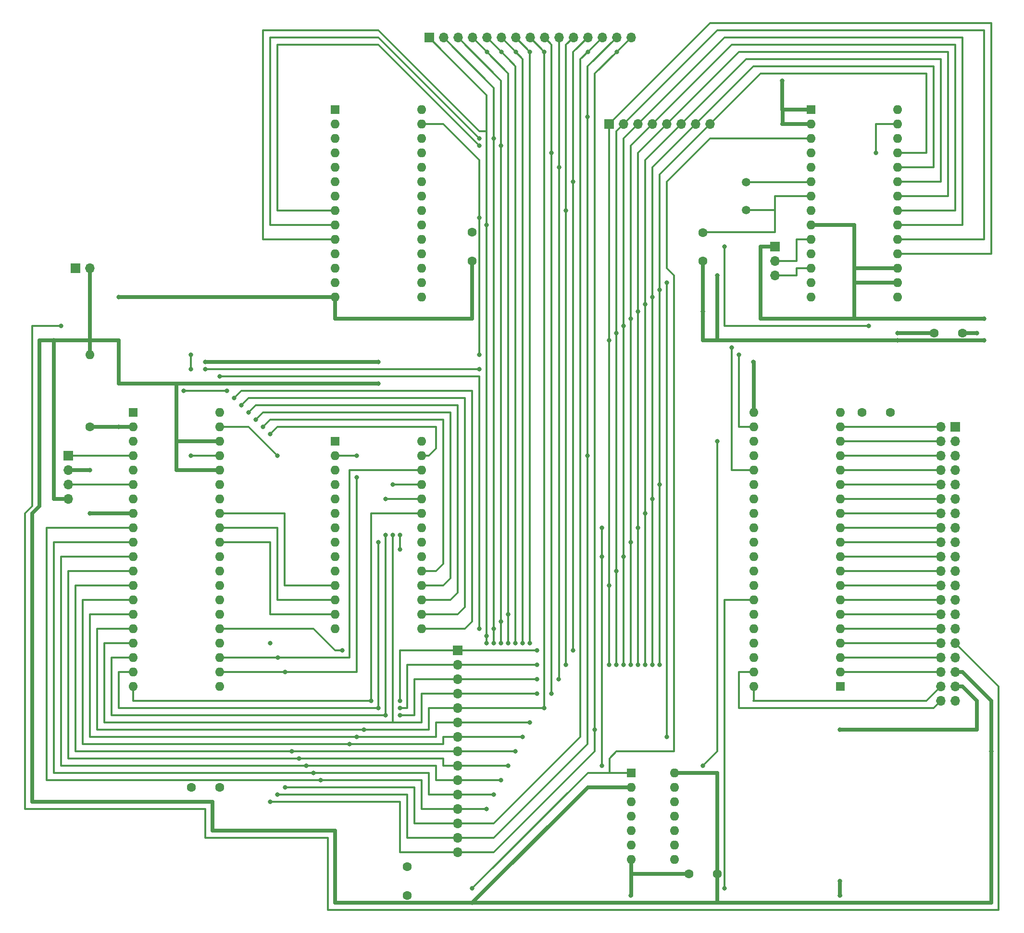
<source format=gbr>
%TF.GenerationSoftware,KiCad,Pcbnew,(6.0.9)*%
%TF.CreationDate,2022-12-08T08:54:28-05:00*%
%TF.ProjectId,6502_4,36353032-5f34-42e6-9b69-6361645f7063,rev?*%
%TF.SameCoordinates,Original*%
%TF.FileFunction,Copper,L1,Top*%
%TF.FilePolarity,Positive*%
%FSLAX46Y46*%
G04 Gerber Fmt 4.6, Leading zero omitted, Abs format (unit mm)*
G04 Created by KiCad (PCBNEW (6.0.9)) date 2022-12-08 08:54:28*
%MOMM*%
%LPD*%
G01*
G04 APERTURE LIST*
%TA.AperFunction,ComponentPad*%
%ADD10R,1.700000X1.700000*%
%TD*%
%TA.AperFunction,ComponentPad*%
%ADD11O,1.700000X1.700000*%
%TD*%
%TA.AperFunction,ComponentPad*%
%ADD12C,1.600000*%
%TD*%
%TA.AperFunction,ComponentPad*%
%ADD13R,1.600000X1.600000*%
%TD*%
%TA.AperFunction,ComponentPad*%
%ADD14O,1.600000X1.600000*%
%TD*%
%TA.AperFunction,ComponentPad*%
%ADD15C,1.500000*%
%TD*%
%TA.AperFunction,ViaPad*%
%ADD16C,0.800000*%
%TD*%
%TA.AperFunction,Conductor*%
%ADD17C,0.300000*%
%TD*%
%TA.AperFunction,Conductor*%
%ADD18C,0.700000*%
%TD*%
G04 APERTURE END LIST*
D10*
%TO.P,D DATA LINES,0*%
%TO.N,N/C*%
X116840000Y-30480000D03*
D11*
%TO.P,D DATA LINES,1*%
X119380000Y-30480000D03*
%TO.P,D DATA LINES,2*%
X121920000Y-30480000D03*
%TO.P,D DATA LINES,3*%
X124460000Y-30480000D03*
%TO.P,D DATA LINES,4*%
X127000000Y-30480000D03*
%TO.P,D DATA LINES,5*%
X129540000Y-30480000D03*
%TO.P,D DATA LINES,6*%
X132080000Y-30480000D03*
%TO.P,D DATA LINES,7*%
X134620000Y-30480000D03*
%TD*%
D12*
%TO.P,0.01uf,1*%
%TO.N,N/C*%
X166330000Y-81280000D03*
%TO.P,0.01uf,2*%
X161330000Y-81280000D03*
%TD*%
D13*
%TO.P,6551,1*%
%TO.N,N/C*%
X152395000Y-27950000D03*
D14*
%TO.P,6551,2*%
X152395000Y-30490000D03*
%TO.P,6551,3*%
X152395000Y-33030000D03*
%TO.P,6551,4*%
X152395000Y-35570000D03*
%TO.P,6551,5*%
X152395000Y-38110000D03*
%TO.P,6551,6*%
X152395000Y-40650000D03*
%TO.P,6551,7*%
X152395000Y-43190000D03*
%TO.P,6551,8*%
X152395000Y-45730000D03*
%TO.P,6551,9*%
X152395000Y-48270000D03*
%TO.P,6551,10*%
X152395000Y-50810000D03*
%TO.P,6551,11*%
X152395000Y-53350000D03*
%TO.P,6551,12*%
X152395000Y-55890000D03*
%TO.P,6551,13*%
X152395000Y-58430000D03*
%TO.P,6551,14*%
X152395000Y-60970000D03*
%TO.P,6551,15*%
X167635000Y-60970000D03*
%TO.P,6551,16*%
X167635000Y-58430000D03*
%TO.P,6551,17*%
X167635000Y-55890000D03*
%TO.P,6551,18*%
X167635000Y-53350000D03*
%TO.P,6551,19*%
X167635000Y-50810000D03*
%TO.P,6551,20*%
X167635000Y-48270000D03*
%TO.P,6551,21*%
X167635000Y-45730000D03*
%TO.P,6551,22*%
X167635000Y-43190000D03*
%TO.P,6551,23*%
X167635000Y-40650000D03*
%TO.P,6551,24*%
X167635000Y-38110000D03*
%TO.P,6551,25*%
X167635000Y-35570000D03*
%TO.P,6551,26*%
X167635000Y-33030000D03*
%TO.P,6551,27*%
X167635000Y-30490000D03*
%TO.P,6551,28*%
X167635000Y-27950000D03*
%TD*%
D10*
%TO.P,JP1,1*%
%TO.N,N/C*%
X146050000Y-52070000D03*
D11*
%TO.P,JP1,2*%
X146050000Y-54610000D03*
%TO.P,JP1,3*%
X146050000Y-57150000D03*
%TD*%
D13*
%TO.P,74HC132N,1*%
%TO.N,N/C*%
X120660000Y-144775000D03*
D14*
%TO.P,74HC132N,2*%
X120660000Y-147315000D03*
%TO.P,74HC132N,3*%
X120660000Y-149855000D03*
%TO.P,74HC132N,4*%
X120660000Y-152395000D03*
%TO.P,74HC132N,5*%
X120660000Y-154935000D03*
%TO.P,74HC132N,6*%
X120660000Y-157475000D03*
%TO.P,74HC132N,7*%
X120660000Y-160015000D03*
%TO.P,74HC132N,8*%
X128280000Y-160015000D03*
%TO.P,74HC132N,9*%
X128280000Y-157475000D03*
%TO.P,74HC132N,10*%
X128280000Y-154935000D03*
%TO.P,74HC132N,11*%
X128280000Y-152395000D03*
%TO.P,74HC132N,12*%
X128280000Y-149855000D03*
%TO.P,74HC132N,13*%
X128280000Y-147315000D03*
%TO.P,74HC132N,14*%
X128280000Y-144775000D03*
%TD*%
D10*
%TO.P,POWER HEADER,1*%
%TO.N,N/C*%
X22860000Y-55880000D03*
D11*
%TO.P,POWER HEADER,2*%
X25400000Y-55880000D03*
%TD*%
D12*
%TO.P,0.01uf,1*%
%TO.N,N/C*%
X92710000Y-54570000D03*
%TO.P,0.01uf,2*%
X92710000Y-49570000D03*
%TD*%
D10*
%TO.P,JW1,1*%
%TO.N,N/C*%
X21590000Y-88900000D03*
D11*
%TO.P,JW1,2*%
X21590000Y-91440000D03*
%TO.P,JW1,3*%
X21590000Y-93980000D03*
%TO.P,JW1,4*%
X21590000Y-96520000D03*
%TD*%
D12*
%TO.P,0.01uf,1*%
%TO.N,N/C*%
X179030000Y-67310000D03*
%TO.P,0.01uf,2*%
X174030000Y-67310000D03*
%TD*%
D13*
%TO.P,AM27c256,1*%
%TO.N,N/C*%
X68575000Y-86370000D03*
D14*
%TO.P,AM27c256,2*%
X68575000Y-88910000D03*
%TO.P,AM27c256,3*%
X68575000Y-91450000D03*
%TO.P,AM27c256,4*%
X68575000Y-93990000D03*
%TO.P,AM27c256,5*%
X68575000Y-96530000D03*
%TO.P,AM27c256,6*%
X68575000Y-99070000D03*
%TO.P,AM27c256,7*%
X68575000Y-101610000D03*
%TO.P,AM27c256,8*%
X68575000Y-104150000D03*
%TO.P,AM27c256,9*%
X68575000Y-106690000D03*
%TO.P,AM27c256,10*%
X68575000Y-109230000D03*
%TO.P,AM27c256,11*%
X68575000Y-111770000D03*
%TO.P,AM27c256,12*%
X68575000Y-114310000D03*
%TO.P,AM27c256,13*%
X68575000Y-116850000D03*
%TO.P,AM27c256,14*%
X68575000Y-119390000D03*
%TO.P,AM27c256,15*%
X83815000Y-119390000D03*
%TO.P,AM27c256,16*%
X83815000Y-116850000D03*
%TO.P,AM27c256,17*%
X83815000Y-114310000D03*
%TO.P,AM27c256,18*%
X83815000Y-111770000D03*
%TO.P,AM27c256,19*%
X83815000Y-109230000D03*
%TO.P,AM27c256,20*%
X83815000Y-106690000D03*
%TO.P,AM27c256,21*%
X83815000Y-104150000D03*
%TO.P,AM27c256,22*%
X83815000Y-101610000D03*
%TO.P,AM27c256,23*%
X83815000Y-99070000D03*
%TO.P,AM27c256,24*%
X83815000Y-96530000D03*
%TO.P,AM27c256,25*%
X83815000Y-93990000D03*
%TO.P,AM27c256,26*%
X83815000Y-91450000D03*
%TO.P,AM27c256,27*%
X83815000Y-88910000D03*
%TO.P,AM27c256,28*%
X83815000Y-86370000D03*
%TD*%
D12*
%TO.P,27pf,1*%
%TO.N,N/C*%
X133350000Y-54610000D03*
%TO.P,27pf,2*%
X133350000Y-49610000D03*
%TD*%
%TO.P,R1,1*%
%TO.N,N/C*%
X25400000Y-83820000D03*
D14*
%TO.P,R1,2*%
X25400000Y-71120000D03*
%TD*%
D12*
%TO.P,0.01uf,1*%
%TO.N,N/C*%
X135850000Y-162560000D03*
%TO.P,0.01uf,2*%
X130850000Y-162560000D03*
%TD*%
D13*
%TO.P,KM62256CLP,1*%
%TO.N,N/C*%
X68580000Y-27940000D03*
D14*
%TO.P,KM62256CLP,2*%
X68580000Y-30480000D03*
%TO.P,KM62256CLP,3*%
X68580000Y-33020000D03*
%TO.P,KM62256CLP,4*%
X68580000Y-35560000D03*
%TO.P,KM62256CLP,5*%
X68580000Y-38100000D03*
%TO.P,KM62256CLP,6*%
X68580000Y-40640000D03*
%TO.P,KM62256CLP,7*%
X68580000Y-43180000D03*
%TO.P,KM62256CLP,8*%
X68580000Y-45720000D03*
%TO.P,KM62256CLP,9*%
X68580000Y-48260000D03*
%TO.P,KM62256CLP,10*%
X68580000Y-50800000D03*
%TO.P,KM62256CLP,11*%
X68580000Y-53340000D03*
%TO.P,KM62256CLP,12*%
X68580000Y-55880000D03*
%TO.P,KM62256CLP,13*%
X68580000Y-58420000D03*
%TO.P,KM62256CLP,14*%
X68580000Y-60960000D03*
%TO.P,KM62256CLP,15*%
X83820000Y-60960000D03*
%TO.P,KM62256CLP,16*%
X83820000Y-58420000D03*
%TO.P,KM62256CLP,17*%
X83820000Y-55880000D03*
%TO.P,KM62256CLP,18*%
X83820000Y-53340000D03*
%TO.P,KM62256CLP,19*%
X83820000Y-50800000D03*
%TO.P,KM62256CLP,20*%
X83820000Y-48260000D03*
%TO.P,KM62256CLP,21*%
X83820000Y-45720000D03*
%TO.P,KM62256CLP,22*%
X83820000Y-43180000D03*
%TO.P,KM62256CLP,23*%
X83820000Y-40640000D03*
%TO.P,KM62256CLP,24*%
X83820000Y-38100000D03*
%TO.P,KM62256CLP,25*%
X83820000Y-35560000D03*
%TO.P,KM62256CLP,26*%
X83820000Y-33020000D03*
%TO.P,KM62256CLP,27*%
X83820000Y-30480000D03*
%TO.P,KM62256CLP,28*%
X83820000Y-27940000D03*
%TD*%
D13*
%TO.P,W65C02,1*%
%TO.N,N/C*%
X33020000Y-81275000D03*
D14*
%TO.P,W65C02,2*%
X33020000Y-83815000D03*
%TO.P,W65C02,3*%
X33020000Y-86355000D03*
%TO.P,W65C02,4*%
X33020000Y-88895000D03*
%TO.P,W65C02,5*%
X33020000Y-91435000D03*
%TO.P,W65C02,6*%
X33020000Y-93975000D03*
%TO.P,W65C02,7*%
X33020000Y-96515000D03*
%TO.P,W65C02,8*%
X33020000Y-99055000D03*
%TO.P,W65C02,9*%
X33020000Y-101595000D03*
%TO.P,W65C02,10*%
X33020000Y-104135000D03*
%TO.P,W65C02,11*%
X33020000Y-106675000D03*
%TO.P,W65C02,12*%
X33020000Y-109215000D03*
%TO.P,W65C02,13*%
X33020000Y-111755000D03*
%TO.P,W65C02,14*%
X33020000Y-114295000D03*
%TO.P,W65C02,15*%
X33020000Y-116835000D03*
%TO.P,W65C02,16*%
X33020000Y-119375000D03*
%TO.P,W65C02,17*%
X33020000Y-121915000D03*
%TO.P,W65C02,18*%
X33020000Y-124455000D03*
%TO.P,W65C02,19*%
X33020000Y-126995000D03*
%TO.P,W65C02,20*%
X33020000Y-129535000D03*
%TO.P,W65C02,21*%
X48260000Y-129535000D03*
%TO.P,W65C02,22*%
X48260000Y-126995000D03*
%TO.P,W65C02,23*%
X48260000Y-124455000D03*
%TO.P,W65C02,24*%
X48260000Y-121915000D03*
%TO.P,W65C02,25*%
X48260000Y-119375000D03*
%TO.P,W65C02,26*%
X48260000Y-116835000D03*
%TO.P,W65C02,27*%
X48260000Y-114295000D03*
%TO.P,W65C02,28*%
X48260000Y-111755000D03*
%TO.P,W65C02,29*%
X48260000Y-109215000D03*
%TO.P,W65C02,30*%
X48260000Y-106675000D03*
%TO.P,W65C02,31*%
X48260000Y-104135000D03*
%TO.P,W65C02,32*%
X48260000Y-101595000D03*
%TO.P,W65C02,33*%
X48260000Y-99055000D03*
%TO.P,W65C02,34*%
X48260000Y-96515000D03*
%TO.P,W65C02,35*%
X48260000Y-93975000D03*
%TO.P,W65C02,36*%
X48260000Y-91435000D03*
%TO.P,W65C02,37*%
X48260000Y-88895000D03*
%TO.P,W65C02,38*%
X48260000Y-86355000D03*
%TO.P,W65C02,39*%
X48260000Y-83815000D03*
%TO.P,W65C02,40*%
X48260000Y-81275000D03*
%TD*%
D10*
%TO.P,40 PIN,1*%
%TO.N,N/C*%
X177800000Y-83820000D03*
D11*
%TO.P,40 PIN,2*%
X175260000Y-83820000D03*
%TO.P,40 PIN,3*%
X177800000Y-86360000D03*
%TO.P,40 PIN,4*%
X175260000Y-86360000D03*
%TO.P,40 PIN,5*%
X177800000Y-88900000D03*
%TO.P,40 PIN,6*%
X175260000Y-88900000D03*
%TO.P,40 PIN,7*%
X177800000Y-91440000D03*
%TO.P,40 PIN,8*%
X175260000Y-91440000D03*
%TO.P,40 PIN,9*%
X177800000Y-93980000D03*
%TO.P,40 PIN,10*%
X175260000Y-93980000D03*
%TO.P,40 PIN,11*%
X177800000Y-96520000D03*
%TO.P,40 PIN,12*%
X175260000Y-96520000D03*
%TO.P,40 PIN,13*%
X177800000Y-99060000D03*
%TO.P,40 PIN,14*%
X175260000Y-99060000D03*
%TO.P,40 PIN,15*%
X177800000Y-101600000D03*
%TO.P,40 PIN,16*%
X175260000Y-101600000D03*
%TO.P,40 PIN,17*%
X177800000Y-104140000D03*
%TO.P,40 PIN,18*%
X175260000Y-104140000D03*
%TO.P,40 PIN,19*%
X177800000Y-106680000D03*
%TO.P,40 PIN,20*%
X175260000Y-106680000D03*
%TO.P,40 PIN,21*%
X177800000Y-109220000D03*
%TO.P,40 PIN,22*%
X175260000Y-109220000D03*
%TO.P,40 PIN,23*%
X177800000Y-111760000D03*
%TO.P,40 PIN,24*%
X175260000Y-111760000D03*
%TO.P,40 PIN,25*%
X177800000Y-114300000D03*
%TO.P,40 PIN,26*%
X175260000Y-114300000D03*
%TO.P,40 PIN,27*%
X177800000Y-116840000D03*
%TO.P,40 PIN,28*%
X175260000Y-116840000D03*
%TO.P,40 PIN,29*%
X177800000Y-119380000D03*
%TO.P,40 PIN,30*%
X175260000Y-119380000D03*
%TO.P,40 PIN,31*%
X177800000Y-121920000D03*
%TO.P,40 PIN,32*%
X175260000Y-121920000D03*
%TO.P,40 PIN,33*%
X177800000Y-124460000D03*
%TO.P,40 PIN,34*%
X175260000Y-124460000D03*
%TO.P,40 PIN,35*%
X177800000Y-127000000D03*
%TO.P,40 PIN,36*%
X175260000Y-127000000D03*
%TO.P,40 PIN,37*%
X177800000Y-129540000D03*
%TO.P,40 PIN,38*%
X175260000Y-129540000D03*
%TO.P,40 PIN,39*%
X177800000Y-132080000D03*
%TO.P,40 PIN,40*%
X175260000Y-132080000D03*
%TD*%
D13*
%TO.P,W65C02,1*%
%TO.N,N/C*%
X157485000Y-129535000D03*
D14*
%TO.P,W65C02,2*%
X157485000Y-126995000D03*
%TO.P,W65C02,3*%
X157485000Y-124455000D03*
%TO.P,W65C02,4*%
X157485000Y-121915000D03*
%TO.P,W65C02,5*%
X157485000Y-119375000D03*
%TO.P,W65C02,6*%
X157485000Y-116835000D03*
%TO.P,W65C02,7*%
X157485000Y-114295000D03*
%TO.P,W65C02,8*%
X157485000Y-111755000D03*
%TO.P,W65C02,9*%
X157485000Y-109215000D03*
%TO.P,W65C02,10*%
X157485000Y-106675000D03*
%TO.P,W65C02,11*%
X157485000Y-104135000D03*
%TO.P,W65C02,12*%
X157485000Y-101595000D03*
%TO.P,W65C02,13*%
X157485000Y-99055000D03*
%TO.P,W65C02,14*%
X157485000Y-96515000D03*
%TO.P,W65C02,15*%
X157485000Y-93975000D03*
%TO.P,W65C02,16*%
X157485000Y-91435000D03*
%TO.P,W65C02,17*%
X157485000Y-88895000D03*
%TO.P,W65C02,18*%
X157485000Y-86355000D03*
%TO.P,W65C02,19*%
X157485000Y-83815000D03*
%TO.P,W65C02,20*%
X157485000Y-81275000D03*
%TO.P,W65C02,21*%
X142245000Y-81275000D03*
%TO.P,W65C02,22*%
X142245000Y-83815000D03*
%TO.P,W65C02,23*%
X142245000Y-86355000D03*
%TO.P,W65C02,24*%
X142245000Y-88895000D03*
%TO.P,W65C02,25*%
X142245000Y-91435000D03*
%TO.P,W65C02,26*%
X142245000Y-93975000D03*
%TO.P,W65C02,27*%
X142245000Y-96515000D03*
%TO.P,W65C02,28*%
X142245000Y-99055000D03*
%TO.P,W65C02,29*%
X142245000Y-101595000D03*
%TO.P,W65C02,30*%
X142245000Y-104135000D03*
%TO.P,W65C02,31*%
X142245000Y-106675000D03*
%TO.P,W65C02,32*%
X142245000Y-109215000D03*
%TO.P,W65C02,33*%
X142245000Y-111755000D03*
%TO.P,W65C02,34*%
X142245000Y-114295000D03*
%TO.P,W65C02,35*%
X142245000Y-116835000D03*
%TO.P,W65C02,36*%
X142245000Y-119375000D03*
%TO.P,W65C02,37*%
X142245000Y-121915000D03*
%TO.P,W65C02,38*%
X142245000Y-124455000D03*
%TO.P,W65C02,39*%
X142245000Y-126995000D03*
%TO.P,W65C02,40*%
X142245000Y-129535000D03*
%TD*%
D12*
%TO.P,0.01uf,1*%
%TO.N,N/C*%
X81280000Y-166330000D03*
%TO.P,0.01uf,2*%
X81280000Y-161330000D03*
%TD*%
D11*
%TO.P,A DATA UNSORTED LINES,0*%
%TO.N,N/C*%
X90170000Y-151130000D03*
%TO.P,A DATA UNSORTED LINES,1*%
X90170000Y-148590000D03*
%TO.P,A DATA UNSORTED LINES,2*%
X90170000Y-146050000D03*
%TO.P,A DATA UNSORTED LINES,3*%
X90170000Y-143510000D03*
%TO.P,A DATA UNSORTED LINES,4*%
X90170000Y-140970000D03*
%TO.P,A DATA UNSORTED LINES,5*%
X90170000Y-138430000D03*
%TO.P,A DATA UNSORTED LINES,6*%
X90170000Y-135890000D03*
%TO.P,A DATA UNSORTED LINES,7*%
X90170000Y-133350000D03*
%TO.P,A DATA UNSORTED LINES,8*%
X90170000Y-130810000D03*
%TO.P,A DATA UNSORTED LINES,9*%
X90170000Y-128270000D03*
%TO.P,A DATA UNSORTED LINES,10*%
X90170000Y-125730000D03*
D10*
%TO.P,A DATA UNSORTED LINES,11*%
X90170000Y-123190000D03*
D11*
%TO.P,A DATA UNSORTED LINES,12*%
X90170000Y-153670000D03*
%TO.P,A DATA UNSORTED LINES,13*%
X90170000Y-156210000D03*
%TO.P,A DATA UNSORTED LINES,14*%
X90170000Y-158750000D03*
%TD*%
D15*
%TO.P,1.8432M,1*%
%TO.N,N/C*%
X140970000Y-45630000D03*
%TO.P,1.8432M,2*%
X140970000Y-40730000D03*
%TD*%
D12*
%TO.P,0.01uf,1*%
%TO.N,N/C*%
X48220000Y-147320000D03*
%TO.P,0.01uf,2*%
X43220000Y-147320000D03*
%TD*%
D10*
%TO.P,A DATA LINES,0*%
%TO.N,N/C*%
X85095000Y-15240000D03*
D11*
%TO.P,A DATA LINES,1*%
X87635000Y-15240000D03*
%TO.P,A DATA LINES,2*%
X90175000Y-15240000D03*
%TO.P,A DATA LINES,3*%
X92715000Y-15240000D03*
%TO.P,A DATA LINES,4*%
X95255000Y-15240000D03*
%TO.P,A DATA LINES,5*%
X97795000Y-15240000D03*
%TO.P,A DATA LINES,6*%
X100335000Y-15240000D03*
%TO.P,A DATA LINES,7*%
X102875000Y-15240000D03*
%TO.P,A DATA LINES,8*%
X105415000Y-15240000D03*
%TO.P,A DATA LINES,9*%
X107955000Y-15240000D03*
%TO.P,A DATA LINES,10*%
X110495000Y-15240000D03*
%TO.P,A DATA LINES,11*%
X113035000Y-15240000D03*
%TO.P,A DATA LINES,12*%
X115575000Y-15240000D03*
%TO.P,A DATA LINES,13*%
X118115000Y-15240000D03*
%TO.P,A DATA LINES,14*%
X120655000Y-15240000D03*
%TD*%
D16*
%TO.N,*%
X93980000Y-119380000D03*
X120650000Y-125730000D03*
X52070000Y-80010000D03*
X20320000Y-66040000D03*
X77460000Y-96530000D03*
X125730000Y-125730000D03*
X106680000Y-130810000D03*
X137160000Y-165100000D03*
X43180000Y-71120000D03*
X97790000Y-146050000D03*
X101600000Y-138430000D03*
X119380000Y-106680000D03*
X54610000Y-82550000D03*
X120650000Y-104140000D03*
X138430000Y-69850000D03*
X127000000Y-58420000D03*
X104140000Y-125730000D03*
X118112500Y-17782500D03*
X30480000Y-83820000D03*
X25400000Y-91440000D03*
X100330000Y-121920000D03*
X99060000Y-143510000D03*
X102870000Y-121920000D03*
X80010000Y-134620000D03*
X116840000Y-111760000D03*
X102870000Y-17780000D03*
X115570000Y-106680000D03*
X76200000Y-104140000D03*
X133350000Y-143510000D03*
X69850000Y-123190000D03*
X41910000Y-77470000D03*
X62230000Y-142240000D03*
X97790000Y-121920000D03*
X106680000Y-35560000D03*
X113032500Y-17782500D03*
X80010000Y-132080000D03*
X105410000Y-17780000D03*
X97792500Y-17777500D03*
X119380000Y-125730000D03*
X53340000Y-81280000D03*
X97790000Y-34290000D03*
X182880000Y-68580000D03*
X93980000Y-73660000D03*
X157480000Y-137160000D03*
X96520000Y-33020000D03*
X64770000Y-144780000D03*
X96520000Y-119380000D03*
X135890000Y-57150000D03*
X55880000Y-83820000D03*
X93980000Y-33020000D03*
X133350000Y-63500000D03*
X109220000Y-45720000D03*
X107950000Y-128270000D03*
X118110000Y-109220000D03*
X110490000Y-123190000D03*
X93980000Y-46990000D03*
X127000000Y-138430000D03*
X104140000Y-123190000D03*
X101600000Y-121920000D03*
X77470000Y-102870000D03*
X48260000Y-74930000D03*
X124460000Y-96520000D03*
X99060000Y-116840000D03*
X80010000Y-133350000D03*
X157480000Y-166370000D03*
X92710000Y-167640000D03*
X162560000Y-66040000D03*
X25400000Y-99060000D03*
X107955000Y-38100000D03*
X58420000Y-148590000D03*
X72390000Y-92710000D03*
X135890000Y-86360000D03*
X124460000Y-125730000D03*
X59695000Y-126995000D03*
X102870000Y-135890000D03*
X66040000Y-146050000D03*
X116840000Y-68580000D03*
X45720000Y-72390000D03*
X80010000Y-105410000D03*
X71120000Y-139700000D03*
X95252500Y-17777500D03*
X105410000Y-133350000D03*
X43180000Y-88900000D03*
X167640000Y-68580000D03*
X147320000Y-22860000D03*
X95250000Y-151130000D03*
X57150000Y-121920000D03*
X57150000Y-149860000D03*
X119380000Y-66040000D03*
X45720000Y-73660000D03*
X121920000Y-101600000D03*
X93980000Y-71120000D03*
X77470000Y-134620000D03*
X60960000Y-140970000D03*
X106680000Y-130810000D03*
X124460000Y-60960000D03*
X110490000Y-40640000D03*
X96520000Y-148590000D03*
X95250000Y-121920000D03*
X125730000Y-93980000D03*
X118110000Y-67310000D03*
X50800000Y-78740000D03*
X99060000Y-121920000D03*
X123190000Y-62230000D03*
X120650000Y-166370000D03*
X123190000Y-99060000D03*
X114300000Y-137160000D03*
X78740000Y-102870000D03*
X157480000Y-163830000D03*
X118110000Y-125730000D03*
X109220000Y-125730000D03*
X95250000Y-120650000D03*
X93980000Y-34290000D03*
X95250000Y-48260000D03*
X76200000Y-133350000D03*
X74930000Y-132080000D03*
X104140000Y-130810000D03*
X167640000Y-67310000D03*
X73660000Y-137160000D03*
X30480000Y-60960000D03*
X181610000Y-67310000D03*
X182880000Y-64770000D03*
X43180000Y-73660000D03*
X121920000Y-63500000D03*
X137160000Y-165100000D03*
X19050000Y-68580000D03*
X113030000Y-29210000D03*
X100332500Y-17777500D03*
X100330000Y-140970000D03*
X142240000Y-72390000D03*
X137160000Y-52070000D03*
X97790000Y-118110000D03*
X92710000Y-165100000D03*
X163830000Y-35560000D03*
X116840000Y-125730000D03*
X76200000Y-72390000D03*
X125730000Y-59690000D03*
X115570000Y-101600000D03*
X76200000Y-76200000D03*
X113030000Y-88900000D03*
X49530000Y-77470000D03*
X184150000Y-140970000D03*
X115570000Y-143510000D03*
X57150000Y-85090000D03*
X78730000Y-93990000D03*
X72390000Y-88900000D03*
X80010000Y-102870000D03*
X121920000Y-125730000D03*
X123190000Y-125730000D03*
X63500000Y-143510000D03*
X96520000Y-121920000D03*
X59695000Y-147315000D03*
X139700000Y-71120000D03*
X72390000Y-138430000D03*
X120650000Y-64770000D03*
X58425000Y-124455000D03*
X58420000Y-88900000D03*
X104140000Y-128270000D03*
%TD*%
D17*
%TO.N,*%
X140970000Y-19050000D02*
X175260000Y-19050000D01*
X123190000Y-62230000D02*
X123190000Y-36830000D01*
X137160000Y-66040000D02*
X162560000Y-66040000D01*
X33020000Y-109215000D02*
X21595000Y-109215000D01*
X120650000Y-64770000D02*
X120650000Y-34290000D01*
D18*
X147320000Y-30480000D02*
X147330000Y-30490000D01*
D17*
X142240000Y-132080000D02*
X172720000Y-132080000D01*
X48260000Y-83815000D02*
X53335000Y-83815000D01*
X104140000Y-123190000D02*
X90170000Y-123190000D01*
D18*
X68580000Y-60960000D02*
X68580000Y-64770000D01*
D17*
X64765000Y-119375000D02*
X68580000Y-123190000D01*
D18*
X152395000Y-27950000D02*
X147330000Y-27950000D01*
X184150000Y-132080000D02*
X179070000Y-127000000D01*
D17*
X87630000Y-107950000D02*
X87630000Y-82550000D01*
X102870000Y-121920000D02*
X102875000Y-121915000D01*
X115570000Y-101600000D02*
X115570000Y-106680000D01*
X121920000Y-35560000D02*
X127000000Y-30480000D01*
D18*
X147330000Y-30490000D02*
X152395000Y-30490000D01*
X19050000Y-96520000D02*
X19050000Y-69850000D01*
X76200000Y-76200000D02*
X30480000Y-76200000D01*
D17*
X58420000Y-114300000D02*
X58430000Y-114310000D01*
X185420000Y-168910000D02*
X185420000Y-129540000D01*
X127000000Y-40640000D02*
X127000000Y-55880000D01*
X149860000Y-54610000D02*
X149860000Y-50800000D01*
X45720000Y-156210000D02*
X67310000Y-156210000D01*
X76200000Y-133350000D02*
X76200000Y-104140000D01*
X49530000Y-77470000D02*
X41910000Y-77470000D01*
X92710000Y-77470000D02*
X52070000Y-77470000D01*
D18*
X48260000Y-91435000D02*
X40645000Y-91435000D01*
D17*
X20320000Y-66040000D02*
X15240000Y-66040000D01*
X87630000Y-138430000D02*
X90170000Y-138430000D01*
X17780000Y-146050000D02*
X66040000Y-146050000D01*
X96520000Y-121920000D02*
X96520000Y-119380000D01*
D18*
X179070000Y-129540000D02*
X181610000Y-132080000D01*
X16510000Y-68580000D02*
X16510000Y-97790000D01*
X68580000Y-167640000D02*
X92710000Y-167640000D01*
X46990000Y-149860000D02*
X46990000Y-154940000D01*
D17*
X82550000Y-128270000D02*
X82550000Y-134620000D01*
X95250000Y-120650000D02*
X95250000Y-31750000D01*
D18*
X143510000Y-64770000D02*
X160020000Y-64770000D01*
D17*
X146050000Y-54610000D02*
X149860000Y-54610000D01*
D18*
X25405000Y-99055000D02*
X25400000Y-99060000D01*
D17*
X48260000Y-124455000D02*
X58425000Y-124455000D01*
X97790000Y-22855000D02*
X90175000Y-15240000D01*
X87630000Y-143510000D02*
X90170000Y-143510000D01*
D18*
X133350000Y-54610000D02*
X133350000Y-68580000D01*
X135890000Y-57150000D02*
X135890000Y-68580000D01*
X181610000Y-137160000D02*
X157480000Y-137160000D01*
D17*
X95250000Y-30480000D02*
X95250000Y-25400000D01*
D18*
X40645000Y-91435000D02*
X40640000Y-91440000D01*
D17*
X72380000Y-88910000D02*
X68575000Y-88910000D01*
X74930000Y-132080000D02*
X74930000Y-99070000D01*
D18*
X30480000Y-76200000D02*
X30480000Y-68580000D01*
D17*
X48260000Y-126995000D02*
X59695000Y-126995000D01*
X55880000Y-81280000D02*
X54610000Y-82550000D01*
X100330000Y-20315000D02*
X99062500Y-19047500D01*
X27940000Y-121920000D02*
X27945000Y-121915000D01*
X177800000Y-45720000D02*
X177790000Y-45730000D01*
X48260000Y-119375000D02*
X64765000Y-119375000D01*
X77470000Y-134620000D02*
X29210000Y-134620000D01*
X33020000Y-126995000D02*
X31755000Y-126995000D01*
X55880000Y-13970000D02*
X55880000Y-50800000D01*
X157485000Y-116835000D02*
X175255000Y-116835000D01*
X138430000Y-16510000D02*
X177800000Y-16510000D01*
X105410000Y-17780000D02*
X105410000Y-17775000D01*
X87630000Y-82550000D02*
X57150000Y-82550000D01*
X175260000Y-99060000D02*
X157490000Y-99060000D01*
X163830000Y-30500000D02*
X163830000Y-35560000D01*
X146060000Y-43190000D02*
X146050000Y-43180000D01*
X175260000Y-91440000D02*
X157490000Y-91440000D01*
D18*
X160030000Y-55890000D02*
X167635000Y-55890000D01*
D17*
X96520000Y-153670000D02*
X111760000Y-138430000D01*
D18*
X128280000Y-144775000D02*
X135885000Y-144775000D01*
D17*
X158745000Y-126995000D02*
X158750000Y-127000000D01*
D18*
X19050000Y-68580000D02*
X25400000Y-68580000D01*
D17*
X57150000Y-15240000D02*
X57150000Y-48260000D01*
X118110000Y-67310000D02*
X118110000Y-125730000D01*
X102870000Y-133350000D02*
X90170000Y-133350000D01*
X21595000Y-88895000D02*
X21590000Y-88900000D01*
D18*
X142240000Y-72390000D02*
X142245000Y-72395000D01*
D17*
X149870000Y-55890000D02*
X149860000Y-55880000D01*
X139705000Y-126995000D02*
X139700000Y-127000000D01*
D18*
X160020000Y-58420000D02*
X160020000Y-55880000D01*
D17*
X142245000Y-126995000D02*
X139705000Y-126995000D01*
X71120000Y-124460000D02*
X71120000Y-91440000D01*
X20325000Y-106675000D02*
X20320000Y-106680000D01*
X83815000Y-114310000D02*
X88890000Y-114310000D01*
D18*
X21590000Y-96520000D02*
X19050000Y-96520000D01*
D17*
X27945000Y-121915000D02*
X33020000Y-121915000D01*
X120650000Y-64770000D02*
X120650000Y-125730000D01*
X93980000Y-31750000D02*
X76200000Y-13970000D01*
D18*
X147320000Y-27940000D02*
X147330000Y-27950000D01*
X184150000Y-167640000D02*
X184150000Y-132080000D01*
D17*
X123190000Y-62230000D02*
X123190000Y-125730000D01*
X152395000Y-43190000D02*
X146060000Y-43190000D01*
X33020000Y-101595000D02*
X17785000Y-101595000D01*
X105410000Y-17775000D02*
X102875000Y-15240000D01*
X78740000Y-102870000D02*
X78740000Y-135890000D01*
X57150000Y-104140000D02*
X57150000Y-116840000D01*
X13970000Y-151130000D02*
X45720000Y-151130000D01*
X96520000Y-31750000D02*
X96520000Y-24125000D01*
X113035000Y-144775000D02*
X116845000Y-144775000D01*
X53335000Y-83815000D02*
X58420000Y-88900000D01*
X27940000Y-135890000D02*
X27940000Y-121920000D01*
X175255000Y-121915000D02*
X175260000Y-121920000D01*
D18*
X76200000Y-72390000D02*
X45720000Y-72390000D01*
D17*
X82550000Y-153670000D02*
X90170000Y-153670000D01*
X48260000Y-104135000D02*
X57145000Y-104135000D01*
X58430000Y-114310000D02*
X68575000Y-114310000D01*
X88900000Y-81280000D02*
X55880000Y-81280000D01*
X26670000Y-119380000D02*
X26670000Y-137160000D01*
X185420000Y-129540000D02*
X177800000Y-121920000D01*
X90170000Y-151130000D02*
X95250000Y-151130000D01*
X78740000Y-135890000D02*
X27940000Y-135890000D01*
X113032500Y-17782500D02*
X115575000Y-15240000D01*
X119380000Y-33020000D02*
X121920000Y-30480000D01*
X81280000Y-133350000D02*
X81280000Y-125730000D01*
X80010000Y-149860000D02*
X80010000Y-158750000D01*
D18*
X19050000Y-69850000D02*
X19050000Y-68580000D01*
D17*
X139700000Y-127000000D02*
X139700000Y-133350000D01*
X59695000Y-147315000D02*
X59700000Y-147320000D01*
X109220000Y-125730000D02*
X109220000Y-16515000D01*
X99060000Y-121920000D02*
X99060000Y-116840000D01*
X93980000Y-36830000D02*
X93980000Y-71120000D01*
X59685000Y-99055000D02*
X59690000Y-99060000D01*
X87630000Y-17780000D02*
X85095000Y-15245000D01*
X105410000Y-133350000D02*
X105410000Y-36830000D01*
X33020000Y-111755000D02*
X22865000Y-111755000D01*
X140970000Y-40730000D02*
X152315000Y-40730000D01*
X111760000Y-138430000D02*
X111760000Y-19055000D01*
X107955000Y-15240000D02*
X107955000Y-38100000D01*
X33020000Y-132080000D02*
X74930000Y-132080000D01*
D18*
X147320000Y-22860000D02*
X147320000Y-27940000D01*
D17*
X175255000Y-106675000D02*
X175260000Y-106680000D01*
X157490000Y-104140000D02*
X157485000Y-104135000D01*
D18*
X174030000Y-67310000D02*
X167640000Y-67310000D01*
X25400000Y-55880000D02*
X25400000Y-68580000D01*
D17*
X91440000Y-115570000D02*
X91440000Y-78740000D01*
X175260000Y-119380000D02*
X157490000Y-119380000D01*
X121920000Y-125730000D02*
X121920000Y-63500000D01*
X90170000Y-148590000D02*
X96520000Y-148590000D01*
X95250000Y-31750000D02*
X93980000Y-31750000D01*
X149870000Y-50810000D02*
X152395000Y-50810000D01*
X113030000Y-20325000D02*
X118115000Y-15240000D01*
X116840000Y-30480000D02*
X134620000Y-12700000D01*
D18*
X33020000Y-83815000D02*
X25405000Y-83815000D01*
D17*
X52070000Y-77470000D02*
X50800000Y-78740000D01*
D18*
X177800000Y-127000000D02*
X179070000Y-127000000D01*
D17*
X134610000Y-33030000D02*
X127000000Y-40640000D01*
X93980000Y-34290000D02*
X76200000Y-16510000D01*
X59700000Y-147320000D02*
X82550000Y-147320000D01*
X142240000Y-20320000D02*
X173990000Y-20320000D01*
X91440000Y-78740000D02*
X53340000Y-78740000D01*
X83820000Y-151130000D02*
X83820000Y-146050000D01*
X172720000Y-21590000D02*
X172720000Y-35560000D01*
X21595000Y-93975000D02*
X21590000Y-93980000D01*
X96520000Y-158750000D02*
X114300000Y-140970000D01*
D18*
X160020000Y-55880000D02*
X160030000Y-55890000D01*
D17*
X172710000Y-35570000D02*
X167635000Y-35570000D01*
X29210000Y-134620000D02*
X29210000Y-124460000D01*
X127000000Y-138430000D02*
X127000000Y-58420000D01*
X177800000Y-16510000D02*
X177800000Y-45720000D01*
X81280000Y-156210000D02*
X81280000Y-148590000D01*
X149860000Y-50800000D02*
X149870000Y-50810000D01*
D18*
X181610000Y-132080000D02*
X181610000Y-137160000D01*
X143510000Y-52070000D02*
X143510000Y-64770000D01*
D17*
X90170000Y-130810000D02*
X83820000Y-130810000D01*
X157490000Y-124460000D02*
X157485000Y-124455000D01*
D18*
X160020000Y-64770000D02*
X182880000Y-64770000D01*
D17*
X83815000Y-109230000D02*
X86350000Y-109230000D01*
D18*
X135890000Y-144780000D02*
X135890000Y-167640000D01*
D17*
X96520000Y-156210000D02*
X113030000Y-139700000D01*
X96520000Y-24125000D02*
X87635000Y-15240000D01*
X76200000Y-15240000D02*
X57150000Y-15240000D01*
D18*
X68580000Y-154940000D02*
X68580000Y-167640000D01*
D17*
X24130000Y-139700000D02*
X71120000Y-139700000D01*
X54610000Y-80010000D02*
X53340000Y-81280000D01*
X157485000Y-106675000D02*
X175255000Y-106675000D01*
X58420000Y-16510000D02*
X58420000Y-45720000D01*
X104140000Y-125730000D02*
X90170000Y-125730000D01*
X78730000Y-93990000D02*
X83815000Y-93990000D01*
X119380000Y-30480000D02*
X135890000Y-13970000D01*
X99062500Y-19047500D02*
X97792500Y-17777500D01*
X110490000Y-17785000D02*
X113035000Y-15240000D01*
X90170000Y-151130000D02*
X83820000Y-151130000D01*
X137160000Y-52070000D02*
X137160000Y-66040000D01*
D18*
X160010000Y-48270000D02*
X160020000Y-48260000D01*
D17*
X67310000Y-168910000D02*
X185420000Y-168910000D01*
X175260000Y-124460000D02*
X157490000Y-124460000D01*
X104140000Y-130810000D02*
X90170000Y-130810000D01*
X143510000Y-21590000D02*
X172720000Y-21590000D01*
X139705000Y-83815000D02*
X139700000Y-83820000D01*
X19055000Y-104135000D02*
X19050000Y-104140000D01*
X152395000Y-55890000D02*
X149870000Y-55890000D01*
X48260000Y-74930000D02*
X93980000Y-74930000D01*
X30480000Y-133350000D02*
X30480000Y-127000000D01*
X33020000Y-116835000D02*
X25405000Y-116835000D01*
X179060000Y-48270000D02*
X167635000Y-48270000D01*
X90170000Y-80010000D02*
X54610000Y-80010000D01*
X62230000Y-142240000D02*
X87630000Y-142240000D01*
X120650000Y-34290000D02*
X124460000Y-30480000D01*
X26675000Y-119375000D02*
X26670000Y-119380000D01*
X95250000Y-31750000D02*
X95250000Y-30480000D01*
X175260000Y-109220000D02*
X157490000Y-109220000D01*
X86360000Y-135890000D02*
X86360000Y-138430000D01*
X163840000Y-30490000D02*
X163830000Y-30500000D01*
X176530000Y-43180000D02*
X176520000Y-43190000D01*
X26670000Y-137160000D02*
X73660000Y-137160000D01*
D18*
X157480000Y-163830000D02*
X157480000Y-166370000D01*
D17*
X97790000Y-33020000D02*
X97790000Y-22855000D01*
X72385000Y-126995000D02*
X72390000Y-127000000D01*
X158745000Y-93975000D02*
X157485000Y-93975000D01*
X83815000Y-116850000D02*
X90160000Y-116850000D01*
D18*
X120660000Y-162550000D02*
X120660000Y-166360000D01*
X25400000Y-68580000D02*
X25400000Y-71120000D01*
D17*
X142245000Y-114295000D02*
X137165000Y-114295000D01*
X48260000Y-101595000D02*
X58415000Y-101595000D01*
X24135000Y-114295000D02*
X24130000Y-114300000D01*
X177790000Y-45730000D02*
X167635000Y-45730000D01*
D18*
X160030000Y-58430000D02*
X160020000Y-58420000D01*
D17*
X83820000Y-30480000D02*
X87630000Y-30480000D01*
X128270000Y-140970000D02*
X118110000Y-140970000D01*
X157490000Y-114300000D02*
X157485000Y-114295000D01*
D18*
X68580000Y-64770000D02*
X92710000Y-64770000D01*
X92710000Y-167640000D02*
X135890000Y-167640000D01*
D17*
X157485000Y-88895000D02*
X175255000Y-88895000D01*
X145960000Y-45630000D02*
X140970000Y-45630000D01*
D18*
X15240000Y-99060000D02*
X15240000Y-149860000D01*
D17*
X86360000Y-138430000D02*
X72390000Y-138430000D01*
X17780000Y-101600000D02*
X17780000Y-146050000D01*
X152315000Y-40730000D02*
X152395000Y-40650000D01*
X82550000Y-147320000D02*
X82550000Y-153670000D01*
X135890000Y-86360000D02*
X135890000Y-140970000D01*
X71115000Y-124455000D02*
X71120000Y-124460000D01*
X22860000Y-111760000D02*
X22860000Y-140970000D01*
D18*
X135890000Y-167640000D02*
X184150000Y-167640000D01*
D17*
X80010000Y-123190000D02*
X80010000Y-132080000D01*
X58420000Y-83820000D02*
X57150000Y-85090000D01*
X172720000Y-132080000D02*
X175260000Y-129540000D01*
D18*
X120670000Y-162560000D02*
X120660000Y-162550000D01*
D17*
X93980000Y-33020000D02*
X76200000Y-15240000D01*
X113030000Y-88900000D02*
X113030000Y-29210000D01*
X118110000Y-140970000D02*
X116845000Y-142235000D01*
X142245000Y-83815000D02*
X139705000Y-83815000D01*
X13970000Y-99060000D02*
X13970000Y-151130000D01*
X33020000Y-93975000D02*
X21595000Y-93975000D01*
X88900000Y-110490000D02*
X88900000Y-81280000D01*
X90170000Y-125730000D02*
X81280000Y-125730000D01*
D18*
X15240000Y-149860000D02*
X46990000Y-149860000D01*
D17*
X97790000Y-118110000D02*
X97790000Y-34290000D01*
X22860000Y-140970000D02*
X60960000Y-140970000D01*
X137165000Y-114295000D02*
X137160000Y-114300000D01*
X20320000Y-106680000D02*
X20320000Y-143510000D01*
X102870000Y-17780000D02*
X102870000Y-17775000D01*
X91430000Y-119390000D02*
X92710000Y-118110000D01*
X24130000Y-114300000D02*
X24130000Y-139700000D01*
X90170000Y-146050000D02*
X86360000Y-146050000D01*
X33020000Y-88895000D02*
X21595000Y-88895000D01*
D18*
X120660000Y-147315000D02*
X113035000Y-147315000D01*
D17*
X139700000Y-83820000D02*
X139700000Y-71120000D01*
D18*
X16510000Y-97790000D02*
X15240000Y-99060000D01*
X133350000Y-68580000D02*
X182880000Y-68580000D01*
D17*
X102870000Y-133350000D02*
X105410000Y-133350000D01*
X86360000Y-83820000D02*
X58420000Y-83820000D01*
X90170000Y-135890000D02*
X102870000Y-135890000D01*
X71120000Y-139700000D02*
X87630000Y-139700000D01*
X137160000Y-114300000D02*
X137160000Y-165100000D01*
X33020000Y-119375000D02*
X26675000Y-119375000D01*
X173990000Y-38100000D02*
X173980000Y-38110000D01*
X57150000Y-116840000D02*
X57160000Y-116850000D01*
X175255000Y-101595000D02*
X175260000Y-101600000D01*
X175255000Y-83815000D02*
X175260000Y-83820000D01*
X110490000Y-123190000D02*
X110490000Y-40640000D01*
X59690000Y-111760000D02*
X59700000Y-111770000D01*
X82550000Y-134620000D02*
X80010000Y-134620000D01*
X53340000Y-78740000D02*
X52070000Y-80010000D01*
X83815000Y-111770000D02*
X87620000Y-111770000D01*
X101600000Y-20320000D02*
X101600000Y-19045000D01*
X88890000Y-114310000D02*
X90170000Y-113030000D01*
X142245000Y-132075000D02*
X142240000Y-132080000D01*
X58420000Y-101600000D02*
X58420000Y-114300000D01*
X85090000Y-137160000D02*
X73660000Y-137160000D01*
X152395000Y-33030000D02*
X134610000Y-33030000D01*
X125730000Y-39370000D02*
X134620000Y-30480000D01*
X173990000Y-20320000D02*
X173990000Y-38100000D01*
X175255000Y-111755000D02*
X175260000Y-111760000D01*
D18*
X113035000Y-147315000D02*
X92710000Y-167640000D01*
D17*
X97792500Y-17777500D02*
X95255000Y-15240000D01*
X116840000Y-68580000D02*
X116840000Y-125730000D01*
X116845000Y-142235000D02*
X116845000Y-144775000D01*
X146050000Y-45720000D02*
X146050000Y-49530000D01*
X184150000Y-53340000D02*
X184140000Y-53350000D01*
X129540000Y-30480000D02*
X140970000Y-19050000D01*
X87630000Y-30480000D02*
X93980000Y-36830000D01*
X48260000Y-88895000D02*
X43185000Y-88895000D01*
X57160000Y-116850000D02*
X68575000Y-116850000D01*
X95252500Y-17777500D02*
X92715000Y-15240000D01*
X67310000Y-156210000D02*
X67310000Y-168910000D01*
X71130000Y-91450000D02*
X83815000Y-91450000D01*
X173980000Y-38110000D02*
X167635000Y-38110000D01*
X100330000Y-121920000D02*
X100330000Y-20315000D01*
X57145000Y-104135000D02*
X57150000Y-104140000D01*
X116845000Y-144775000D02*
X120660000Y-144775000D01*
X128270000Y-57150000D02*
X128270000Y-140970000D01*
X86360000Y-143510000D02*
X63500000Y-143510000D01*
X29210000Y-124460000D02*
X29215000Y-124455000D01*
D18*
X92710000Y-64770000D02*
X92710000Y-54570000D01*
D17*
X33020000Y-114295000D02*
X24135000Y-114295000D01*
X125730000Y-59690000D02*
X125730000Y-39370000D01*
X97790000Y-34290000D02*
X97790000Y-33020000D01*
X17785000Y-101595000D02*
X17780000Y-101600000D01*
X25400000Y-138430000D02*
X72390000Y-138430000D01*
X101600000Y-19045000D02*
X100332500Y-17777500D01*
D18*
X19050000Y-68580000D02*
X16510000Y-68580000D01*
D17*
X157485000Y-83815000D02*
X175255000Y-83815000D01*
X87630000Y-139700000D02*
X87630000Y-138430000D01*
X172720000Y-35560000D02*
X172710000Y-35570000D01*
X96520000Y-119380000D02*
X96520000Y-33020000D01*
X118110000Y-67310000D02*
X118110000Y-31750000D01*
X76200000Y-16510000D02*
X58420000Y-16510000D01*
X80010000Y-158750000D02*
X90170000Y-158750000D01*
X85080000Y-88910000D02*
X86360000Y-87630000D01*
X25400000Y-116840000D02*
X25400000Y-138430000D01*
X92710000Y-118110000D02*
X92710000Y-77470000D01*
X30480000Y-127000000D02*
X30485000Y-126995000D01*
X182880000Y-13970000D02*
X182880000Y-50800000D01*
D18*
X160030000Y-58430000D02*
X160020000Y-58440000D01*
D17*
X176520000Y-43190000D02*
X167635000Y-43190000D01*
D18*
X152395000Y-48270000D02*
X160010000Y-48270000D01*
D17*
X104140000Y-128270000D02*
X90170000Y-128270000D01*
X121920000Y-63500000D02*
X121920000Y-35560000D01*
X182880000Y-50800000D02*
X182870000Y-50810000D01*
X182870000Y-50810000D02*
X167635000Y-50810000D01*
D18*
X33020000Y-99055000D02*
X25405000Y-99055000D01*
D17*
X76200000Y-13970000D02*
X55880000Y-13970000D01*
X175260000Y-19050000D02*
X175260000Y-40640000D01*
X92710000Y-165100000D02*
X113035000Y-144775000D01*
X121920000Y-30480000D02*
X137160000Y-15240000D01*
X97790000Y-121920000D02*
X97790000Y-118110000D01*
X80010000Y-105410000D02*
X80010000Y-102870000D01*
X157490000Y-109220000D02*
X157485000Y-109215000D01*
X149860000Y-57150000D02*
X146050000Y-57150000D01*
X106680000Y-130810000D02*
X106680000Y-16505000D01*
X179070000Y-48260000D02*
X179060000Y-48270000D01*
X33020000Y-129535000D02*
X33020000Y-132080000D01*
X33020000Y-104135000D02*
X19055000Y-104135000D01*
X43180000Y-71120000D02*
X43180000Y-73660000D01*
X90170000Y-146050000D02*
X97790000Y-146050000D01*
D18*
X68580000Y-60960000D02*
X30480000Y-60960000D01*
D17*
X124460000Y-38100000D02*
X132080000Y-30480000D01*
X19050000Y-104140000D02*
X19050000Y-144780000D01*
X55880000Y-50800000D02*
X68580000Y-50800000D01*
X90170000Y-138430000D02*
X101600000Y-138430000D01*
X114300000Y-137160000D02*
X114300000Y-21595000D01*
X163830000Y-30480000D02*
X163840000Y-30490000D01*
X102870000Y-121920000D02*
X102870000Y-17780000D01*
X142245000Y-91435000D02*
X138435000Y-91435000D01*
X175260000Y-114300000D02*
X157490000Y-114300000D01*
X43185000Y-88895000D02*
X43180000Y-88900000D01*
X86360000Y-146050000D02*
X86360000Y-143510000D01*
X76200000Y-133350000D02*
X30480000Y-133350000D01*
X87620000Y-111770000D02*
X88900000Y-110490000D01*
X107955000Y-128265000D02*
X107950000Y-128270000D01*
D18*
X157485000Y-166365000D02*
X157480000Y-166370000D01*
D17*
X146050000Y-49530000D02*
X133350000Y-49530000D01*
X99060000Y-34290000D02*
X99060000Y-21585000D01*
X15240000Y-97790000D02*
X13970000Y-99060000D01*
X90170000Y-153670000D02*
X96520000Y-153670000D01*
X48260000Y-99055000D02*
X59685000Y-99055000D01*
X59690000Y-147320000D02*
X59695000Y-147315000D01*
X22865000Y-111755000D02*
X22860000Y-111760000D01*
X90160000Y-116850000D02*
X91440000Y-115570000D01*
X118110000Y-31750000D02*
X119380000Y-30480000D01*
X105410000Y-36830000D02*
X105410000Y-17780000D01*
X81280000Y-148590000D02*
X58420000Y-148590000D01*
D18*
X120660000Y-166360000D02*
X120650000Y-166370000D01*
D17*
X111760000Y-19055000D02*
X113032500Y-17782500D01*
D18*
X135885000Y-144775000D02*
X135890000Y-144780000D01*
D17*
X100332500Y-17777500D02*
X97795000Y-15240000D01*
D18*
X40645000Y-86355000D02*
X40640000Y-86360000D01*
D17*
X158750000Y-127000000D02*
X175260000Y-127000000D01*
X83820000Y-146050000D02*
X66040000Y-146050000D01*
X77470000Y-102870000D02*
X77470000Y-134620000D01*
X99060000Y-116840000D02*
X99060000Y-34290000D01*
X158750000Y-93980000D02*
X175260000Y-93980000D01*
X157485000Y-101595000D02*
X175255000Y-101595000D01*
X157490000Y-86360000D02*
X157485000Y-86355000D01*
X114300000Y-140970000D02*
X114300000Y-137160000D01*
X58425000Y-124455000D02*
X71115000Y-124455000D01*
X113030000Y-139700000D02*
X113030000Y-88900000D01*
X99060000Y-21585000D02*
X95252500Y-17777500D01*
X90170000Y-135890000D02*
X86360000Y-135890000D01*
D18*
X40640000Y-86360000D02*
X40640000Y-76200000D01*
D17*
X21595000Y-109215000D02*
X21590000Y-109220000D01*
X175255000Y-88895000D02*
X175260000Y-88900000D01*
X95250000Y-25400000D02*
X87630000Y-17780000D01*
X25405000Y-116835000D02*
X25400000Y-116840000D01*
X132080000Y-30480000D02*
X142240000Y-20320000D01*
X72390000Y-127000000D02*
X72390000Y-92710000D01*
X59695000Y-126995000D02*
X72385000Y-126995000D01*
X90170000Y-123190000D02*
X80010000Y-123190000D01*
X176530000Y-17780000D02*
X176530000Y-43180000D01*
X58415000Y-101595000D02*
X58420000Y-101600000D01*
X90170000Y-143510000D02*
X99060000Y-143510000D01*
X157485000Y-96515000D02*
X175255000Y-96515000D01*
X85090000Y-133350000D02*
X85090000Y-137160000D01*
X115570000Y-106680000D02*
X115570000Y-143510000D01*
X173990000Y-133350000D02*
X175260000Y-132080000D01*
X138435000Y-91435000D02*
X138430000Y-91440000D01*
X77460000Y-96530000D02*
X83815000Y-96530000D01*
X93980000Y-73660000D02*
X45720000Y-73660000D01*
X64770000Y-144780000D02*
X19050000Y-144780000D01*
X137160000Y-15240000D02*
X179070000Y-15240000D01*
X90170000Y-148590000D02*
X85090000Y-148590000D01*
X57150000Y-82550000D02*
X55880000Y-83820000D01*
X109220000Y-16515000D02*
X110495000Y-15240000D01*
X57150000Y-48260000D02*
X68580000Y-48260000D01*
X33020000Y-106675000D02*
X20325000Y-106675000D01*
X124460000Y-30480000D02*
X138430000Y-16510000D01*
X62230000Y-142240000D02*
X21590000Y-142240000D01*
X90170000Y-158750000D02*
X96520000Y-158750000D01*
D18*
X167635000Y-58430000D02*
X160030000Y-58430000D01*
D17*
X175260000Y-104140000D02*
X157490000Y-104140000D01*
X175255000Y-116835000D02*
X175260000Y-116840000D01*
X57150000Y-149860000D02*
X80010000Y-149860000D01*
X158745000Y-93975000D02*
X158750000Y-93980000D01*
X123190000Y-36830000D02*
X129540000Y-30480000D01*
X45720000Y-151130000D02*
X45720000Y-156210000D01*
X106680000Y-16505000D02*
X105415000Y-15240000D01*
X110490000Y-40640000D02*
X110490000Y-17785000D01*
X157490000Y-91440000D02*
X157485000Y-91435000D01*
X124460000Y-60960000D02*
X124460000Y-38100000D01*
D18*
X30480000Y-68580000D02*
X25400000Y-68580000D01*
D17*
X83815000Y-88910000D02*
X85080000Y-88910000D01*
X157490000Y-99060000D02*
X157485000Y-99055000D01*
X74930000Y-99070000D02*
X83815000Y-99070000D01*
X158745000Y-126995000D02*
X157485000Y-126995000D01*
D18*
X177800000Y-129540000D02*
X179070000Y-129540000D01*
D17*
X86350000Y-109230000D02*
X87630000Y-107950000D01*
X118112500Y-17782500D02*
X120655000Y-15240000D01*
X102870000Y-17775000D02*
X100335000Y-15240000D01*
D18*
X46990000Y-154940000D02*
X68580000Y-154940000D01*
D17*
X127000000Y-30480000D02*
X139700000Y-17780000D01*
D18*
X120660000Y-160015000D02*
X120660000Y-162550000D01*
D17*
X90170000Y-113030000D02*
X90170000Y-80010000D01*
X175260000Y-40640000D02*
X175250000Y-40650000D01*
X149860000Y-57150000D02*
X149860000Y-55880000D01*
D18*
X160020000Y-48260000D02*
X160020000Y-55880000D01*
D17*
X90170000Y-128270000D02*
X82550000Y-128270000D01*
X90170000Y-156210000D02*
X96520000Y-156210000D01*
X175260000Y-86360000D02*
X157490000Y-86360000D01*
X102875000Y-133345000D02*
X102870000Y-133350000D01*
D18*
X142245000Y-81275000D02*
X142245000Y-72395000D01*
D17*
X59700000Y-111770000D02*
X68575000Y-111770000D01*
X142245000Y-129535000D02*
X142245000Y-132075000D01*
X175255000Y-96515000D02*
X175260000Y-96520000D01*
X81280000Y-156210000D02*
X90170000Y-156210000D01*
X87630000Y-142240000D02*
X87630000Y-143510000D01*
X134620000Y-30480000D02*
X143510000Y-21590000D01*
D18*
X48260000Y-86355000D02*
X40645000Y-86355000D01*
D17*
X21590000Y-109220000D02*
X21590000Y-142240000D01*
X119380000Y-66040000D02*
X119380000Y-33020000D01*
X157485000Y-121915000D02*
X175255000Y-121915000D01*
X146050000Y-45720000D02*
X145960000Y-45630000D01*
X135890000Y-140970000D02*
X133350000Y-143510000D01*
X90170000Y-140970000D02*
X100330000Y-140970000D01*
X85095000Y-15245000D02*
X85095000Y-15240000D01*
X30485000Y-126995000D02*
X33020000Y-126995000D01*
D18*
X160020000Y-58440000D02*
X160020000Y-64770000D01*
D17*
X86360000Y-87630000D02*
X86360000Y-83820000D01*
X163840000Y-30490000D02*
X167635000Y-30490000D01*
X31755000Y-126995000D02*
X31750000Y-127000000D01*
X139700000Y-17780000D02*
X176530000Y-17780000D01*
X157485000Y-111755000D02*
X175255000Y-111755000D01*
X114300000Y-21595000D02*
X118112500Y-17782500D01*
X60960000Y-140970000D02*
X90170000Y-140970000D01*
X29215000Y-124455000D02*
X33020000Y-124455000D01*
X58420000Y-45720000D02*
X68580000Y-45720000D01*
D18*
X40640000Y-91440000D02*
X40640000Y-86360000D01*
D17*
X83815000Y-119390000D02*
X91430000Y-119390000D01*
X179070000Y-15240000D02*
X179070000Y-48260000D01*
X96520000Y-33020000D02*
X96520000Y-31750000D01*
X85090000Y-144780000D02*
X64770000Y-144780000D01*
X93980000Y-74930000D02*
X93980000Y-119380000D01*
X95250000Y-121920000D02*
X95250000Y-120650000D01*
X116840000Y-30480000D02*
X116840000Y-68580000D01*
X134620000Y-12700000D02*
X184150000Y-12700000D01*
X90170000Y-133350000D02*
X85090000Y-133350000D01*
X83820000Y-130810000D02*
X83820000Y-135890000D01*
X83820000Y-135890000D02*
X78740000Y-135890000D01*
X184150000Y-12700000D02*
X184150000Y-53340000D01*
X101600000Y-121920000D02*
X101600000Y-20320000D01*
X138430000Y-91440000D02*
X138430000Y-69850000D01*
X146050000Y-43180000D02*
X146050000Y-45720000D01*
X110495000Y-123185000D02*
X110490000Y-123190000D01*
X135890000Y-13970000D02*
X182880000Y-13970000D01*
X175250000Y-40650000D02*
X167635000Y-40650000D01*
D18*
X21590000Y-91440000D02*
X25400000Y-91440000D01*
D17*
X127000000Y-55880000D02*
X128270000Y-57150000D01*
X15240000Y-66040000D02*
X15240000Y-97790000D01*
X113030000Y-29210000D02*
X113030000Y-20325000D01*
X139700000Y-133350000D02*
X173990000Y-133350000D01*
X119380000Y-125730000D02*
X119380000Y-66040000D01*
X107955000Y-38100000D02*
X107955000Y-128265000D01*
D18*
X147330000Y-30490000D02*
X147330000Y-27950000D01*
D17*
X68580000Y-123190000D02*
X69850000Y-123190000D01*
D18*
X146050000Y-52070000D02*
X143510000Y-52070000D01*
D17*
X184140000Y-53350000D02*
X167635000Y-53350000D01*
X157490000Y-119380000D02*
X157485000Y-119375000D01*
D18*
X130850000Y-162560000D02*
X120670000Y-162560000D01*
D17*
X72390000Y-88900000D02*
X72380000Y-88910000D01*
X20320000Y-143510000D02*
X63500000Y-143510000D01*
X71120000Y-91440000D02*
X71130000Y-91450000D01*
X80010000Y-133350000D02*
X81280000Y-133350000D01*
D18*
X179030000Y-67310000D02*
X181610000Y-67310000D01*
D17*
X85090000Y-148590000D02*
X85090000Y-144780000D01*
X59690000Y-99060000D02*
X59690000Y-111760000D01*
X125730000Y-59690000D02*
X125730000Y-125730000D01*
X124460000Y-125730000D02*
X124460000Y-60960000D01*
%TD*%
M02*

</source>
